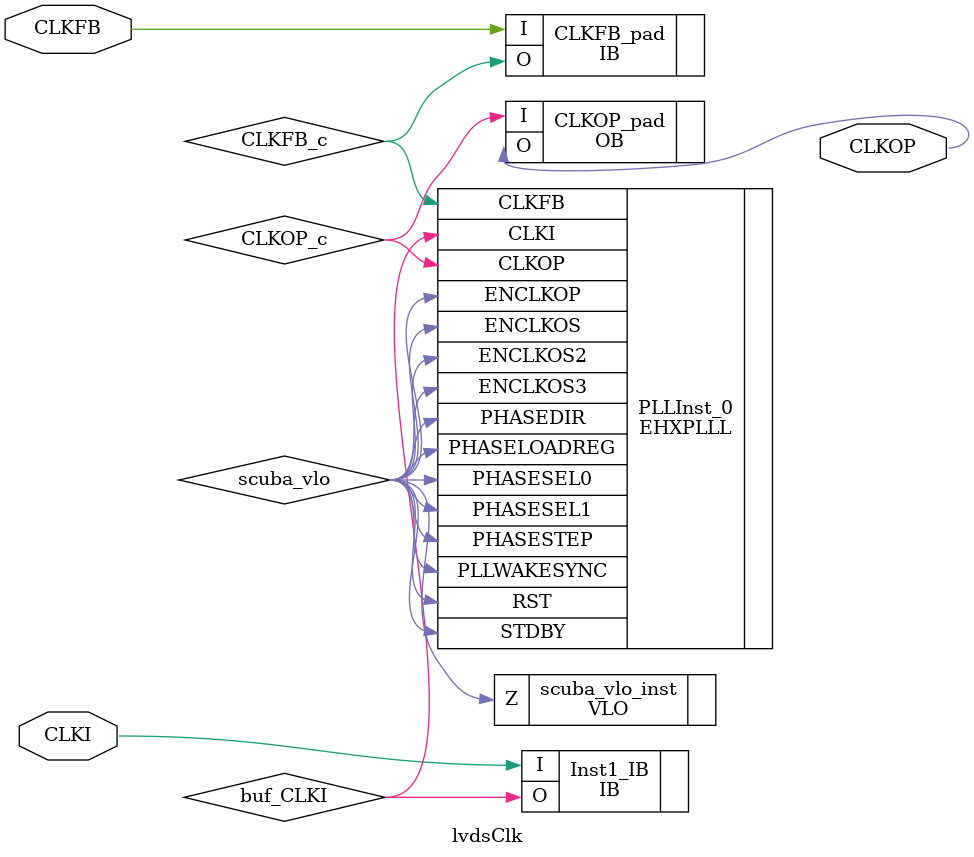
<source format=v>

module lvdsClk (CLKI, CLKFB, CLKOP) /* synthesis NGD_DRC_MASK=1, syn_module_defined=1 */ ;   // c:/users/borna/documents/projects/fpga/blink/pll/lvdsclk/lvdsclk.v(8[8:15])
    input CLKI /* synthesis black_box_pad_pin=1 */ ;   // c:/users/borna/documents/projects/fpga/blink/pll/lvdsclk/lvdsclk.v(9[16:20])
    input CLKFB;   // c:/users/borna/documents/projects/fpga/blink/pll/lvdsclk/lvdsclk.v(10[16:21])
    output CLKOP;   // c:/users/borna/documents/projects/fpga/blink/pll/lvdsclk/lvdsclk.v(11[17:22])
    
    wire CLKOP_c /* synthesis is_clock=1 */ ;   // c:/users/borna/documents/projects/fpga/blink/pll/lvdsclk/lvdsclk.v(11[17:22])
    wire buf_CLKI /* synthesis is_clock=1 */ ;   // c:/users/borna/documents/projects/fpga/blink/pll/lvdsclk/lvdsclk.v(16[10:18])
    
    wire CLKFB_c, scuba_vlo, VCC_net;
    
    VLO scuba_vlo_inst (.Z(scuba_vlo));
    IB Inst1_IB (.I(CLKI), .O(buf_CLKI)) /* synthesis IO_TYPE="LVCMOS33", syn_instantiated=1 */ ;   // c:/users/borna/documents/projects/fpga/blink/pll/lvdsclk/lvdsclk.v(20[8:41])
    EHXPLLL PLLInst_0 (.CLKI(buf_CLKI), .CLKFB(CLKFB_c), .PHASESEL0(scuba_vlo), 
            .PHASESEL1(scuba_vlo), .PHASEDIR(scuba_vlo), .PHASESTEP(scuba_vlo), 
            .PHASELOADREG(scuba_vlo), .STDBY(scuba_vlo), .PLLWAKESYNC(scuba_vlo), 
            .RST(scuba_vlo), .ENCLKOP(scuba_vlo), .ENCLKOS(scuba_vlo), 
            .ENCLKOS2(scuba_vlo), .ENCLKOS3(scuba_vlo), .CLKOP(CLKOP_c)) /* synthesis FREQUENCY_PIN_CLKOP="336.000000", FREQUENCY_PIN_CLKI="48.000000", ICP_CURRENT="13", LPF_RESISTOR="8", syn_instantiated=1 */ ;
    defparam PLLInst_0.CLKI_DIV = 1;
    defparam PLLInst_0.CLKFB_DIV = 7;
    defparam PLLInst_0.CLKOP_DIV = 2;
    defparam PLLInst_0.CLKOS_DIV = 1;
    defparam PLLInst_0.CLKOS2_DIV = 1;
    defparam PLLInst_0.CLKOS3_DIV = 1;
    defparam PLLInst_0.CLKOP_ENABLE = "ENABLED";
    defparam PLLInst_0.CLKOS_ENABLE = "DISABLED";
    defparam PLLInst_0.CLKOS2_ENABLE = "DISABLED";
    defparam PLLInst_0.CLKOS3_ENABLE = "DISABLED";
    defparam PLLInst_0.CLKOP_CPHASE = 1;
    defparam PLLInst_0.CLKOS_CPHASE = 0;
    defparam PLLInst_0.CLKOS2_CPHASE = 0;
    defparam PLLInst_0.CLKOS3_CPHASE = 0;
    defparam PLLInst_0.CLKOP_FPHASE = 0;
    defparam PLLInst_0.CLKOS_FPHASE = 0;
    defparam PLLInst_0.CLKOS2_FPHASE = 0;
    defparam PLLInst_0.CLKOS3_FPHASE = 0;
    defparam PLLInst_0.FEEDBK_PATH = "USERCLOCK";
    defparam PLLInst_0.CLKOP_TRIM_POL = "FALLING";
    defparam PLLInst_0.CLKOP_TRIM_DELAY = 0;
    defparam PLLInst_0.CLKOS_TRIM_POL = "FALLING";
    defparam PLLInst_0.CLKOS_TRIM_DELAY = 0;
    defparam PLLInst_0.OUTDIVIDER_MUXA = "DIVA";
    defparam PLLInst_0.OUTDIVIDER_MUXB = "DIVB";
    defparam PLLInst_0.OUTDIVIDER_MUXC = "DIVC";
    defparam PLLInst_0.OUTDIVIDER_MUXD = "DIVD";
    defparam PLLInst_0.PLL_LOCK_MODE = 0;
    defparam PLLInst_0.PLL_LOCK_DELAY = 200;
    defparam PLLInst_0.STDBY_ENABLE = "DISABLED";
    defparam PLLInst_0.REFIN_RESET = "DISABLED";
    defparam PLLInst_0.SYNC_ENABLE = "DISABLED";
    defparam PLLInst_0.INT_LOCK_STICKY = "ENABLED";
    defparam PLLInst_0.DPHASE_SOURCE = "DISABLED";
    defparam PLLInst_0.PLLRST_ENA = "DISABLED";
    defparam PLLInst_0.INTFB_WAKE = "DISABLED";
    IB CLKFB_pad (.I(CLKFB), .O(CLKFB_c));   // c:/users/borna/documents/projects/fpga/blink/pll/lvdsclk/lvdsclk.v(10[16:21])
    OB CLKOP_pad (.I(CLKOP_c), .O(CLKOP));   // c:/users/borna/documents/projects/fpga/blink/pll/lvdsclk/lvdsclk.v(11[17:22])
    GSR GSR_INST (.GSR(VCC_net));
    PUR PUR_INST (.PUR(VCC_net));
    defparam PUR_INST.RST_PULSE = 1;
    VHI i13 (.Z(VCC_net));
    
endmodule
//
// Verilog Description of module PUR
// module not written out since it is a black-box. 
//


</source>
